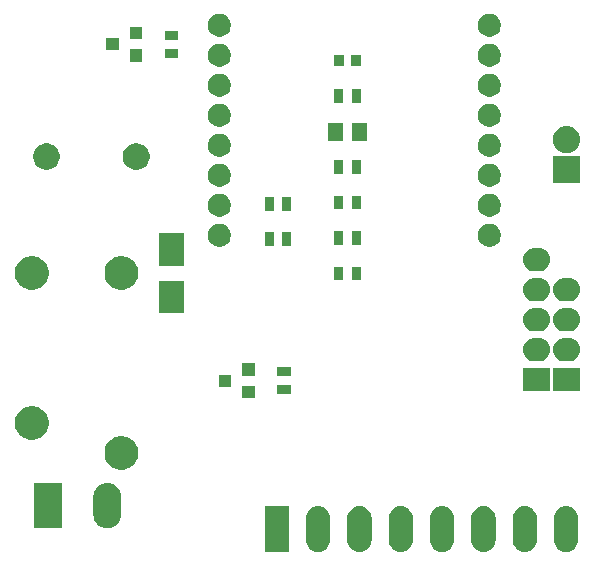
<source format=gts>
G04 #@! TF.GenerationSoftware,KiCad,Pcbnew,(5.0.0-3-g5ebb6b6)*
G04 #@! TF.CreationDate,2018-11-06T19:13:36+00:00*
G04 #@! TF.ProjectId,stony_skunk,73746F6E795F736B756E6B2E6B696361,rev?*
G04 #@! TF.SameCoordinates,Original*
G04 #@! TF.FileFunction,Soldermask,Top*
G04 #@! TF.FilePolarity,Negative*
%FSLAX46Y46*%
G04 Gerber Fmt 4.6, Leading zero omitted, Abs format (unit mm)*
G04 Created by KiCad (PCBNEW (5.0.0-3-g5ebb6b6)) date Tuesday, 06 November 2018 at 19:13:36*
%MOMM*%
%LPD*%
G01*
G04 APERTURE LIST*
%ADD10C,0.100000*%
G04 APERTURE END LIST*
D10*
G36*
X87101914Y-99634903D02*
X87296070Y-99693800D01*
X87475007Y-99789443D01*
X87631844Y-99918156D01*
X87760557Y-100074993D01*
X87856200Y-100253929D01*
X87915097Y-100448085D01*
X87930000Y-100599403D01*
X87930000Y-102500597D01*
X87915097Y-102651915D01*
X87856200Y-102846071D01*
X87760557Y-103025007D01*
X87631844Y-103181844D01*
X87475007Y-103310557D01*
X87296071Y-103406200D01*
X87101915Y-103465097D01*
X86900000Y-103484983D01*
X86698086Y-103465097D01*
X86503930Y-103406200D01*
X86324994Y-103310557D01*
X86168157Y-103181844D01*
X86039444Y-103025007D01*
X85943801Y-102846071D01*
X85884904Y-102651914D01*
X85870000Y-102500597D01*
X85870000Y-100599404D01*
X85884903Y-100448086D01*
X85943800Y-100253930D01*
X86039443Y-100074993D01*
X86168156Y-99918156D01*
X86324993Y-99789443D01*
X86503929Y-99693800D01*
X86698085Y-99634903D01*
X86900000Y-99615017D01*
X87101914Y-99634903D01*
X87101914Y-99634903D01*
G37*
G36*
X90601914Y-99634903D02*
X90796070Y-99693800D01*
X90975007Y-99789443D01*
X91131844Y-99918156D01*
X91260557Y-100074993D01*
X91356200Y-100253929D01*
X91415097Y-100448085D01*
X91430000Y-100599403D01*
X91430000Y-102500597D01*
X91415097Y-102651915D01*
X91356200Y-102846071D01*
X91260557Y-103025007D01*
X91131844Y-103181844D01*
X90975007Y-103310557D01*
X90796071Y-103406200D01*
X90601915Y-103465097D01*
X90400000Y-103484983D01*
X90198086Y-103465097D01*
X90003930Y-103406200D01*
X89824994Y-103310557D01*
X89668157Y-103181844D01*
X89539444Y-103025007D01*
X89443801Y-102846071D01*
X89384904Y-102651914D01*
X89370000Y-102500597D01*
X89370000Y-100599404D01*
X89384903Y-100448086D01*
X89443800Y-100253930D01*
X89539443Y-100074993D01*
X89668156Y-99918156D01*
X89824993Y-99789443D01*
X90003929Y-99693800D01*
X90198085Y-99634903D01*
X90400000Y-99615017D01*
X90601914Y-99634903D01*
X90601914Y-99634903D01*
G37*
G36*
X94101914Y-99634903D02*
X94296070Y-99693800D01*
X94475007Y-99789443D01*
X94631844Y-99918156D01*
X94760557Y-100074993D01*
X94856200Y-100253929D01*
X94915097Y-100448085D01*
X94930000Y-100599403D01*
X94930000Y-102500597D01*
X94915097Y-102651915D01*
X94856200Y-102846071D01*
X94760557Y-103025007D01*
X94631844Y-103181844D01*
X94475007Y-103310557D01*
X94296071Y-103406200D01*
X94101915Y-103465097D01*
X93900000Y-103484983D01*
X93698086Y-103465097D01*
X93503930Y-103406200D01*
X93324994Y-103310557D01*
X93168157Y-103181844D01*
X93039444Y-103025007D01*
X92943801Y-102846071D01*
X92884904Y-102651914D01*
X92870000Y-102500597D01*
X92870000Y-100599404D01*
X92884903Y-100448086D01*
X92943800Y-100253930D01*
X93039443Y-100074993D01*
X93168156Y-99918156D01*
X93324993Y-99789443D01*
X93503929Y-99693800D01*
X93698085Y-99634903D01*
X93900000Y-99615017D01*
X94101914Y-99634903D01*
X94101914Y-99634903D01*
G37*
G36*
X97601914Y-99634903D02*
X97796070Y-99693800D01*
X97975007Y-99789443D01*
X98131844Y-99918156D01*
X98260557Y-100074993D01*
X98356200Y-100253929D01*
X98415097Y-100448085D01*
X98430000Y-100599403D01*
X98430000Y-102500597D01*
X98415097Y-102651915D01*
X98356200Y-102846071D01*
X98260557Y-103025007D01*
X98131844Y-103181844D01*
X97975007Y-103310557D01*
X97796071Y-103406200D01*
X97601915Y-103465097D01*
X97400000Y-103484983D01*
X97198086Y-103465097D01*
X97003930Y-103406200D01*
X96824994Y-103310557D01*
X96668157Y-103181844D01*
X96539444Y-103025007D01*
X96443801Y-102846071D01*
X96384904Y-102651914D01*
X96370000Y-102500597D01*
X96370000Y-100599404D01*
X96384903Y-100448086D01*
X96443800Y-100253930D01*
X96539443Y-100074993D01*
X96668156Y-99918156D01*
X96824993Y-99789443D01*
X97003929Y-99693800D01*
X97198085Y-99634903D01*
X97400000Y-99615017D01*
X97601914Y-99634903D01*
X97601914Y-99634903D01*
G37*
G36*
X101101914Y-99634903D02*
X101296070Y-99693800D01*
X101475007Y-99789443D01*
X101631844Y-99918156D01*
X101760557Y-100074993D01*
X101856200Y-100253929D01*
X101915097Y-100448085D01*
X101930000Y-100599403D01*
X101930000Y-102500597D01*
X101915097Y-102651915D01*
X101856200Y-102846071D01*
X101760557Y-103025007D01*
X101631844Y-103181844D01*
X101475007Y-103310557D01*
X101296071Y-103406200D01*
X101101915Y-103465097D01*
X100900000Y-103484983D01*
X100698086Y-103465097D01*
X100503930Y-103406200D01*
X100324994Y-103310557D01*
X100168157Y-103181844D01*
X100039444Y-103025007D01*
X99943801Y-102846071D01*
X99884904Y-102651914D01*
X99870000Y-102500597D01*
X99870000Y-100599404D01*
X99884903Y-100448086D01*
X99943800Y-100253930D01*
X100039443Y-100074993D01*
X100168156Y-99918156D01*
X100324993Y-99789443D01*
X100503929Y-99693800D01*
X100698085Y-99634903D01*
X100900000Y-99615017D01*
X101101914Y-99634903D01*
X101101914Y-99634903D01*
G37*
G36*
X104601914Y-99634903D02*
X104796070Y-99693800D01*
X104975007Y-99789443D01*
X105131844Y-99918156D01*
X105260557Y-100074993D01*
X105356200Y-100253929D01*
X105415097Y-100448085D01*
X105430000Y-100599403D01*
X105430000Y-102500597D01*
X105415097Y-102651915D01*
X105356200Y-102846071D01*
X105260557Y-103025007D01*
X105131844Y-103181844D01*
X104975007Y-103310557D01*
X104796071Y-103406200D01*
X104601915Y-103465097D01*
X104400000Y-103484983D01*
X104198086Y-103465097D01*
X104003930Y-103406200D01*
X103824994Y-103310557D01*
X103668157Y-103181844D01*
X103539444Y-103025007D01*
X103443801Y-102846071D01*
X103384904Y-102651914D01*
X103370000Y-102500597D01*
X103370000Y-100599404D01*
X103384903Y-100448086D01*
X103443800Y-100253930D01*
X103539443Y-100074993D01*
X103668156Y-99918156D01*
X103824993Y-99789443D01*
X104003929Y-99693800D01*
X104198085Y-99634903D01*
X104400000Y-99615017D01*
X104601914Y-99634903D01*
X104601914Y-99634903D01*
G37*
G36*
X108101914Y-99634903D02*
X108296070Y-99693800D01*
X108475007Y-99789443D01*
X108631844Y-99918156D01*
X108760557Y-100074993D01*
X108856200Y-100253929D01*
X108915097Y-100448085D01*
X108930000Y-100599403D01*
X108930000Y-102500597D01*
X108915097Y-102651915D01*
X108856200Y-102846071D01*
X108760557Y-103025007D01*
X108631844Y-103181844D01*
X108475007Y-103310557D01*
X108296071Y-103406200D01*
X108101915Y-103465097D01*
X107900000Y-103484983D01*
X107698086Y-103465097D01*
X107503930Y-103406200D01*
X107324994Y-103310557D01*
X107168157Y-103181844D01*
X107039444Y-103025007D01*
X106943801Y-102846071D01*
X106884904Y-102651914D01*
X106870000Y-102500597D01*
X106870000Y-100599404D01*
X106884903Y-100448086D01*
X106943800Y-100253930D01*
X107039443Y-100074993D01*
X107168156Y-99918156D01*
X107324993Y-99789443D01*
X107503929Y-99693800D01*
X107698085Y-99634903D01*
X107900000Y-99615017D01*
X108101914Y-99634903D01*
X108101914Y-99634903D01*
G37*
G36*
X84430000Y-103480000D02*
X82370000Y-103480000D01*
X82370000Y-99620000D01*
X84430000Y-99620000D01*
X84430000Y-103480000D01*
X84430000Y-103480000D01*
G37*
G36*
X69281319Y-97637073D02*
X69503750Y-97704547D01*
X69708745Y-97814119D01*
X69888423Y-97961577D01*
X70035881Y-98141254D01*
X70145453Y-98346249D01*
X70212927Y-98568680D01*
X70230000Y-98742031D01*
X70230000Y-100357969D01*
X70212927Y-100531320D01*
X70145453Y-100753751D01*
X70035881Y-100958746D01*
X69888423Y-101138423D01*
X69708746Y-101285881D01*
X69503751Y-101395453D01*
X69281320Y-101462927D01*
X69050000Y-101485709D01*
X68818681Y-101462927D01*
X68596250Y-101395453D01*
X68391255Y-101285881D01*
X68211578Y-101138423D01*
X68064120Y-100958746D01*
X67954548Y-100753751D01*
X67887073Y-100531320D01*
X67870000Y-100357969D01*
X67870000Y-98742032D01*
X67887073Y-98568681D01*
X67954547Y-98346250D01*
X68064119Y-98141255D01*
X68211577Y-97961577D01*
X68391254Y-97814119D01*
X68596249Y-97704547D01*
X68818680Y-97637073D01*
X69050000Y-97614291D01*
X69281319Y-97637073D01*
X69281319Y-97637073D01*
G37*
G36*
X65230000Y-101480000D02*
X62870000Y-101480000D01*
X62870000Y-97620000D01*
X65230000Y-97620000D01*
X65230000Y-101480000D01*
X65230000Y-101480000D01*
G37*
G36*
X70667116Y-93714954D02*
X70797238Y-93768853D01*
X70927360Y-93822751D01*
X71161573Y-93979247D01*
X71360753Y-94178427D01*
X71517249Y-94412640D01*
X71625046Y-94672885D01*
X71680000Y-94949157D01*
X71680000Y-95230843D01*
X71625046Y-95507115D01*
X71517249Y-95767360D01*
X71360753Y-96001573D01*
X71161573Y-96200753D01*
X70927360Y-96357249D01*
X70797238Y-96411147D01*
X70667116Y-96465046D01*
X70390843Y-96520000D01*
X70109157Y-96520000D01*
X69832884Y-96465046D01*
X69702762Y-96411147D01*
X69572640Y-96357249D01*
X69338427Y-96200753D01*
X69139247Y-96001573D01*
X68982751Y-95767360D01*
X68874954Y-95507115D01*
X68820000Y-95230843D01*
X68820000Y-94949157D01*
X68874954Y-94672885D01*
X68982751Y-94412640D01*
X69139247Y-94178427D01*
X69338427Y-93979247D01*
X69572640Y-93822751D01*
X69702762Y-93768853D01*
X69832884Y-93714954D01*
X70109157Y-93660000D01*
X70390843Y-93660000D01*
X70667116Y-93714954D01*
X70667116Y-93714954D01*
G37*
G36*
X63067116Y-91174954D02*
X63197237Y-91228852D01*
X63327360Y-91282751D01*
X63561573Y-91439247D01*
X63760753Y-91638427D01*
X63917249Y-91872640D01*
X64025046Y-92132885D01*
X64080000Y-92409157D01*
X64080000Y-92690843D01*
X64025046Y-92967115D01*
X63917249Y-93227360D01*
X63760753Y-93461573D01*
X63561573Y-93660753D01*
X63327360Y-93817249D01*
X63197237Y-93871148D01*
X63067116Y-93925046D01*
X62790843Y-93980000D01*
X62509157Y-93980000D01*
X62232884Y-93925046D01*
X62102762Y-93871147D01*
X61972640Y-93817249D01*
X61738427Y-93660753D01*
X61539247Y-93461573D01*
X61382751Y-93227360D01*
X61274954Y-92967115D01*
X61220000Y-92690843D01*
X61220000Y-92409157D01*
X61274954Y-92132885D01*
X61382751Y-91872640D01*
X61539247Y-91638427D01*
X61738427Y-91439247D01*
X61972640Y-91282751D01*
X62102763Y-91228852D01*
X62232884Y-91174954D01*
X62509157Y-91120000D01*
X62790843Y-91120000D01*
X63067116Y-91174954D01*
X63067116Y-91174954D01*
G37*
G36*
X81530810Y-90480050D02*
X80470710Y-90480050D01*
X80470710Y-89419950D01*
X81530810Y-89419950D01*
X81530810Y-90480050D01*
X81530810Y-90480050D01*
G37*
G36*
X84580000Y-90130000D02*
X83420000Y-90130000D01*
X83420000Y-89370000D01*
X84580000Y-89370000D01*
X84580000Y-90130000D01*
X84580000Y-90130000D01*
G37*
G36*
X109096000Y-89893600D02*
X106804000Y-89893600D01*
X106804000Y-87906400D01*
X109096000Y-87906400D01*
X109096000Y-89893600D01*
X109096000Y-89893600D01*
G37*
G36*
X106556000Y-89893600D02*
X104264000Y-89893600D01*
X104264000Y-87906400D01*
X106556000Y-87906400D01*
X106556000Y-89893600D01*
X106556000Y-89893600D01*
G37*
G36*
X79531830Y-89530050D02*
X78471730Y-89530050D01*
X78471730Y-88469950D01*
X79531830Y-88469950D01*
X79531830Y-89530050D01*
X79531830Y-89530050D01*
G37*
G36*
X84580000Y-88630000D02*
X83420000Y-88630000D01*
X83420000Y-87870000D01*
X84580000Y-87870000D01*
X84580000Y-88630000D01*
X84580000Y-88630000D01*
G37*
G36*
X81530810Y-88580050D02*
X80470710Y-88580050D01*
X80470710Y-87519950D01*
X81530810Y-87519950D01*
X81530810Y-88580050D01*
X81530810Y-88580050D01*
G37*
G36*
X108297179Y-85380776D02*
X108484474Y-85437592D01*
X108657083Y-85529853D01*
X108808380Y-85654020D01*
X108932547Y-85805317D01*
X109024808Y-85977926D01*
X109081624Y-86165221D01*
X109100807Y-86360000D01*
X109081624Y-86554779D01*
X109024808Y-86742074D01*
X108932547Y-86914683D01*
X108808380Y-87065980D01*
X108657083Y-87190147D01*
X108484474Y-87282408D01*
X108297179Y-87339224D01*
X108151211Y-87353600D01*
X107748789Y-87353600D01*
X107602821Y-87339224D01*
X107415526Y-87282408D01*
X107242917Y-87190147D01*
X107091620Y-87065980D01*
X106967453Y-86914683D01*
X106875192Y-86742074D01*
X106818376Y-86554779D01*
X106799193Y-86360000D01*
X106818376Y-86165221D01*
X106875192Y-85977926D01*
X106967453Y-85805317D01*
X107091620Y-85654020D01*
X107242917Y-85529853D01*
X107415526Y-85437592D01*
X107602821Y-85380776D01*
X107748789Y-85366400D01*
X108151211Y-85366400D01*
X108297179Y-85380776D01*
X108297179Y-85380776D01*
G37*
G36*
X105757179Y-85380776D02*
X105944474Y-85437592D01*
X106117083Y-85529853D01*
X106268380Y-85654020D01*
X106392547Y-85805317D01*
X106484808Y-85977926D01*
X106541624Y-86165221D01*
X106560807Y-86360000D01*
X106541624Y-86554779D01*
X106484808Y-86742074D01*
X106392547Y-86914683D01*
X106268380Y-87065980D01*
X106117083Y-87190147D01*
X105944474Y-87282408D01*
X105757179Y-87339224D01*
X105611211Y-87353600D01*
X105208789Y-87353600D01*
X105062821Y-87339224D01*
X104875526Y-87282408D01*
X104702917Y-87190147D01*
X104551620Y-87065980D01*
X104427453Y-86914683D01*
X104335192Y-86742074D01*
X104278376Y-86554779D01*
X104259193Y-86360000D01*
X104278376Y-86165221D01*
X104335192Y-85977926D01*
X104427453Y-85805317D01*
X104551620Y-85654020D01*
X104702917Y-85529853D01*
X104875526Y-85437592D01*
X105062821Y-85380776D01*
X105208789Y-85366400D01*
X105611211Y-85366400D01*
X105757179Y-85380776D01*
X105757179Y-85380776D01*
G37*
G36*
X108297179Y-82840776D02*
X108484474Y-82897592D01*
X108657083Y-82989853D01*
X108808380Y-83114020D01*
X108932547Y-83265317D01*
X109024808Y-83437926D01*
X109081624Y-83625221D01*
X109100807Y-83820000D01*
X109081624Y-84014779D01*
X109024808Y-84202074D01*
X108932547Y-84374683D01*
X108808380Y-84525980D01*
X108657083Y-84650147D01*
X108484474Y-84742408D01*
X108297179Y-84799224D01*
X108151211Y-84813600D01*
X107748789Y-84813600D01*
X107602821Y-84799224D01*
X107415526Y-84742408D01*
X107242917Y-84650147D01*
X107091620Y-84525980D01*
X106967453Y-84374683D01*
X106875192Y-84202074D01*
X106818376Y-84014779D01*
X106799193Y-83820000D01*
X106818376Y-83625221D01*
X106875192Y-83437926D01*
X106967453Y-83265317D01*
X107091620Y-83114020D01*
X107242917Y-82989853D01*
X107415526Y-82897592D01*
X107602821Y-82840776D01*
X107748789Y-82826400D01*
X108151211Y-82826400D01*
X108297179Y-82840776D01*
X108297179Y-82840776D01*
G37*
G36*
X105757179Y-82840776D02*
X105944474Y-82897592D01*
X106117083Y-82989853D01*
X106268380Y-83114020D01*
X106392547Y-83265317D01*
X106484808Y-83437926D01*
X106541624Y-83625221D01*
X106560807Y-83820000D01*
X106541624Y-84014779D01*
X106484808Y-84202074D01*
X106392547Y-84374683D01*
X106268380Y-84525980D01*
X106117083Y-84650147D01*
X105944474Y-84742408D01*
X105757179Y-84799224D01*
X105611211Y-84813600D01*
X105208789Y-84813600D01*
X105062821Y-84799224D01*
X104875526Y-84742408D01*
X104702917Y-84650147D01*
X104551620Y-84525980D01*
X104427453Y-84374683D01*
X104335192Y-84202074D01*
X104278376Y-84014779D01*
X104259193Y-83820000D01*
X104278376Y-83625221D01*
X104335192Y-83437926D01*
X104427453Y-83265317D01*
X104551620Y-83114020D01*
X104702917Y-82989853D01*
X104875526Y-82897592D01*
X105062821Y-82840776D01*
X105208789Y-82826400D01*
X105611211Y-82826400D01*
X105757179Y-82840776D01*
X105757179Y-82840776D01*
G37*
G36*
X75530430Y-83277640D02*
X73469570Y-83277640D01*
X73469570Y-80518280D01*
X75530430Y-80518280D01*
X75530430Y-83277640D01*
X75530430Y-83277640D01*
G37*
G36*
X108297179Y-80300776D02*
X108484474Y-80357592D01*
X108657083Y-80449853D01*
X108808380Y-80574020D01*
X108932547Y-80725317D01*
X109024808Y-80897926D01*
X109081624Y-81085221D01*
X109100807Y-81280000D01*
X109081624Y-81474779D01*
X109024808Y-81662074D01*
X108932547Y-81834683D01*
X108808380Y-81985980D01*
X108657083Y-82110147D01*
X108484474Y-82202408D01*
X108297179Y-82259224D01*
X108151211Y-82273600D01*
X107748789Y-82273600D01*
X107602821Y-82259224D01*
X107415526Y-82202408D01*
X107242917Y-82110147D01*
X107091620Y-81985980D01*
X106967453Y-81834683D01*
X106875192Y-81662074D01*
X106818376Y-81474779D01*
X106799193Y-81280000D01*
X106818376Y-81085221D01*
X106875192Y-80897926D01*
X106967453Y-80725317D01*
X107091620Y-80574020D01*
X107242917Y-80449853D01*
X107415526Y-80357592D01*
X107602821Y-80300776D01*
X107748789Y-80286400D01*
X108151211Y-80286400D01*
X108297179Y-80300776D01*
X108297179Y-80300776D01*
G37*
G36*
X105757179Y-80300776D02*
X105944474Y-80357592D01*
X106117083Y-80449853D01*
X106268380Y-80574020D01*
X106392547Y-80725317D01*
X106484808Y-80897926D01*
X106541624Y-81085221D01*
X106560807Y-81280000D01*
X106541624Y-81474779D01*
X106484808Y-81662074D01*
X106392547Y-81834683D01*
X106268380Y-81985980D01*
X106117083Y-82110147D01*
X105944474Y-82202408D01*
X105757179Y-82259224D01*
X105611211Y-82273600D01*
X105208789Y-82273600D01*
X105062821Y-82259224D01*
X104875526Y-82202408D01*
X104702917Y-82110147D01*
X104551620Y-81985980D01*
X104427453Y-81834683D01*
X104335192Y-81662074D01*
X104278376Y-81474779D01*
X104259193Y-81280000D01*
X104278376Y-81085221D01*
X104335192Y-80897926D01*
X104427453Y-80725317D01*
X104551620Y-80574020D01*
X104702917Y-80449853D01*
X104875526Y-80357592D01*
X105062821Y-80300776D01*
X105208789Y-80286400D01*
X105611211Y-80286400D01*
X105757179Y-80300776D01*
X105757179Y-80300776D01*
G37*
G36*
X70667116Y-78474954D02*
X70797237Y-78528852D01*
X70927360Y-78582751D01*
X71161573Y-78739247D01*
X71360753Y-78938427D01*
X71517249Y-79172640D01*
X71625046Y-79432885D01*
X71680000Y-79709157D01*
X71680000Y-79990843D01*
X71625046Y-80267115D01*
X71517249Y-80527360D01*
X71360753Y-80761573D01*
X71161573Y-80960753D01*
X70927360Y-81117249D01*
X70797238Y-81171147D01*
X70667116Y-81225046D01*
X70390843Y-81280000D01*
X70109157Y-81280000D01*
X69832884Y-81225046D01*
X69702762Y-81171147D01*
X69572640Y-81117249D01*
X69338427Y-80960753D01*
X69139247Y-80761573D01*
X68982751Y-80527360D01*
X68874954Y-80267115D01*
X68820000Y-79990843D01*
X68820000Y-79709157D01*
X68874954Y-79432885D01*
X68982751Y-79172640D01*
X69139247Y-78938427D01*
X69338427Y-78739247D01*
X69572640Y-78582751D01*
X69702763Y-78528852D01*
X69832884Y-78474954D01*
X70109157Y-78420000D01*
X70390843Y-78420000D01*
X70667116Y-78474954D01*
X70667116Y-78474954D01*
G37*
G36*
X63067116Y-78474954D02*
X63197237Y-78528852D01*
X63327360Y-78582751D01*
X63561573Y-78739247D01*
X63760753Y-78938427D01*
X63917249Y-79172640D01*
X64025046Y-79432885D01*
X64080000Y-79709157D01*
X64080000Y-79990843D01*
X64025046Y-80267115D01*
X63917249Y-80527360D01*
X63760753Y-80761573D01*
X63561573Y-80960753D01*
X63327360Y-81117249D01*
X63197238Y-81171147D01*
X63067116Y-81225046D01*
X62790843Y-81280000D01*
X62509157Y-81280000D01*
X62232884Y-81225046D01*
X62102762Y-81171147D01*
X61972640Y-81117249D01*
X61738427Y-80960753D01*
X61539247Y-80761573D01*
X61382751Y-80527360D01*
X61274954Y-80267115D01*
X61220000Y-79990843D01*
X61220000Y-79709157D01*
X61274954Y-79432885D01*
X61382751Y-79172640D01*
X61539247Y-78938427D01*
X61738427Y-78739247D01*
X61972640Y-78582751D01*
X62102763Y-78528852D01*
X62232884Y-78474954D01*
X62509157Y-78420000D01*
X62790843Y-78420000D01*
X63067116Y-78474954D01*
X63067116Y-78474954D01*
G37*
G36*
X90530000Y-80480000D02*
X89770000Y-80480000D01*
X89770000Y-79320000D01*
X90530000Y-79320000D01*
X90530000Y-80480000D01*
X90530000Y-80480000D01*
G37*
G36*
X89030000Y-80480000D02*
X88270000Y-80480000D01*
X88270000Y-79320000D01*
X89030000Y-79320000D01*
X89030000Y-80480000D01*
X89030000Y-80480000D01*
G37*
G36*
X105757179Y-77760776D02*
X105944474Y-77817592D01*
X106117083Y-77909853D01*
X106268380Y-78034020D01*
X106392547Y-78185317D01*
X106484808Y-78357926D01*
X106541624Y-78545221D01*
X106560807Y-78740000D01*
X106541624Y-78934779D01*
X106484808Y-79122074D01*
X106392547Y-79294683D01*
X106268380Y-79445980D01*
X106117083Y-79570147D01*
X105944474Y-79662408D01*
X105757179Y-79719224D01*
X105611211Y-79733600D01*
X105208789Y-79733600D01*
X105062821Y-79719224D01*
X104875526Y-79662408D01*
X104702917Y-79570147D01*
X104551620Y-79445980D01*
X104427453Y-79294683D01*
X104335192Y-79122074D01*
X104278376Y-78934779D01*
X104259193Y-78740000D01*
X104278376Y-78545221D01*
X104335192Y-78357926D01*
X104427453Y-78185317D01*
X104551620Y-78034020D01*
X104702917Y-77909853D01*
X104875526Y-77817592D01*
X105062821Y-77760776D01*
X105208789Y-77746400D01*
X105611211Y-77746400D01*
X105757179Y-77760776D01*
X105757179Y-77760776D01*
G37*
G36*
X75530430Y-79279680D02*
X73469570Y-79279680D01*
X73469570Y-76520320D01*
X75530430Y-76520320D01*
X75530430Y-79279680D01*
X75530430Y-79279680D01*
G37*
G36*
X78825854Y-75727660D02*
X78825857Y-75727661D01*
X78825856Y-75727661D01*
X79004204Y-75801535D01*
X79164714Y-75908784D01*
X79301216Y-76045286D01*
X79408465Y-76205796D01*
X79471521Y-76358027D01*
X79482340Y-76384146D01*
X79520000Y-76573477D01*
X79520000Y-76766523D01*
X79482340Y-76955854D01*
X79482339Y-76955856D01*
X79408465Y-77134204D01*
X79301216Y-77294714D01*
X79164714Y-77431216D01*
X79004204Y-77538465D01*
X78903929Y-77580000D01*
X78825854Y-77612340D01*
X78636523Y-77650000D01*
X78443477Y-77650000D01*
X78254146Y-77612340D01*
X78176071Y-77580000D01*
X78075796Y-77538465D01*
X77915286Y-77431216D01*
X77778784Y-77294714D01*
X77671535Y-77134204D01*
X77597661Y-76955856D01*
X77597660Y-76955854D01*
X77560000Y-76766523D01*
X77560000Y-76573477D01*
X77597660Y-76384146D01*
X77608479Y-76358027D01*
X77671535Y-76205796D01*
X77778784Y-76045286D01*
X77915286Y-75908784D01*
X78075796Y-75801535D01*
X78254144Y-75727661D01*
X78254143Y-75727661D01*
X78254146Y-75727660D01*
X78443477Y-75690000D01*
X78636523Y-75690000D01*
X78825854Y-75727660D01*
X78825854Y-75727660D01*
G37*
G36*
X101685854Y-75727660D02*
X101685857Y-75727661D01*
X101685856Y-75727661D01*
X101864204Y-75801535D01*
X102024714Y-75908784D01*
X102161216Y-76045286D01*
X102268465Y-76205796D01*
X102331521Y-76358027D01*
X102342340Y-76384146D01*
X102380000Y-76573477D01*
X102380000Y-76766523D01*
X102342340Y-76955854D01*
X102342339Y-76955856D01*
X102268465Y-77134204D01*
X102161216Y-77294714D01*
X102024714Y-77431216D01*
X101864204Y-77538465D01*
X101763929Y-77580000D01*
X101685854Y-77612340D01*
X101496523Y-77650000D01*
X101303477Y-77650000D01*
X101114146Y-77612340D01*
X101036071Y-77580000D01*
X100935796Y-77538465D01*
X100775286Y-77431216D01*
X100638784Y-77294714D01*
X100531535Y-77134204D01*
X100457661Y-76955856D01*
X100457660Y-76955854D01*
X100420000Y-76766523D01*
X100420000Y-76573477D01*
X100457660Y-76384146D01*
X100468479Y-76358027D01*
X100531535Y-76205796D01*
X100638784Y-76045286D01*
X100775286Y-75908784D01*
X100935796Y-75801535D01*
X101114144Y-75727661D01*
X101114143Y-75727661D01*
X101114146Y-75727660D01*
X101303477Y-75690000D01*
X101496523Y-75690000D01*
X101685854Y-75727660D01*
X101685854Y-75727660D01*
G37*
G36*
X83130000Y-77580000D02*
X82370000Y-77580000D01*
X82370000Y-76420000D01*
X83130000Y-76420000D01*
X83130000Y-77580000D01*
X83130000Y-77580000D01*
G37*
G36*
X84630000Y-77580000D02*
X83870000Y-77580000D01*
X83870000Y-76420000D01*
X84630000Y-76420000D01*
X84630000Y-77580000D01*
X84630000Y-77580000D01*
G37*
G36*
X90530000Y-77480000D02*
X89770000Y-77480000D01*
X89770000Y-76320000D01*
X90530000Y-76320000D01*
X90530000Y-77480000D01*
X90530000Y-77480000D01*
G37*
G36*
X89030000Y-77480000D02*
X88270000Y-77480000D01*
X88270000Y-76320000D01*
X89030000Y-76320000D01*
X89030000Y-77480000D01*
X89030000Y-77480000D01*
G37*
G36*
X78825854Y-73187660D02*
X78825857Y-73187661D01*
X78825856Y-73187661D01*
X79004204Y-73261535D01*
X79164714Y-73368784D01*
X79301216Y-73505286D01*
X79408465Y-73665796D01*
X79471521Y-73818027D01*
X79482340Y-73844146D01*
X79520000Y-74033477D01*
X79520000Y-74226523D01*
X79482340Y-74415854D01*
X79482339Y-74415856D01*
X79408465Y-74594204D01*
X79301216Y-74754714D01*
X79164714Y-74891216D01*
X79004204Y-74998465D01*
X78851973Y-75061521D01*
X78825854Y-75072340D01*
X78636523Y-75110000D01*
X78443477Y-75110000D01*
X78254146Y-75072340D01*
X78228027Y-75061521D01*
X78075796Y-74998465D01*
X77915286Y-74891216D01*
X77778784Y-74754714D01*
X77671535Y-74594204D01*
X77597661Y-74415856D01*
X77597660Y-74415854D01*
X77560000Y-74226523D01*
X77560000Y-74033477D01*
X77597660Y-73844146D01*
X77608479Y-73818027D01*
X77671535Y-73665796D01*
X77778784Y-73505286D01*
X77915286Y-73368784D01*
X78075796Y-73261535D01*
X78254144Y-73187661D01*
X78254143Y-73187661D01*
X78254146Y-73187660D01*
X78443477Y-73150000D01*
X78636523Y-73150000D01*
X78825854Y-73187660D01*
X78825854Y-73187660D01*
G37*
G36*
X101685854Y-73187660D02*
X101685857Y-73187661D01*
X101685856Y-73187661D01*
X101864204Y-73261535D01*
X102024714Y-73368784D01*
X102161216Y-73505286D01*
X102268465Y-73665796D01*
X102331521Y-73818027D01*
X102342340Y-73844146D01*
X102380000Y-74033477D01*
X102380000Y-74226523D01*
X102342340Y-74415854D01*
X102342339Y-74415856D01*
X102268465Y-74594204D01*
X102161216Y-74754714D01*
X102024714Y-74891216D01*
X101864204Y-74998465D01*
X101711973Y-75061521D01*
X101685854Y-75072340D01*
X101496523Y-75110000D01*
X101303477Y-75110000D01*
X101114146Y-75072340D01*
X101088027Y-75061521D01*
X100935796Y-74998465D01*
X100775286Y-74891216D01*
X100638784Y-74754714D01*
X100531535Y-74594204D01*
X100457661Y-74415856D01*
X100457660Y-74415854D01*
X100420000Y-74226523D01*
X100420000Y-74033477D01*
X100457660Y-73844146D01*
X100468479Y-73818027D01*
X100531535Y-73665796D01*
X100638784Y-73505286D01*
X100775286Y-73368784D01*
X100935796Y-73261535D01*
X101114144Y-73187661D01*
X101114143Y-73187661D01*
X101114146Y-73187660D01*
X101303477Y-73150000D01*
X101496523Y-73150000D01*
X101685854Y-73187660D01*
X101685854Y-73187660D01*
G37*
G36*
X83130000Y-74580000D02*
X82370000Y-74580000D01*
X82370000Y-73420000D01*
X83130000Y-73420000D01*
X83130000Y-74580000D01*
X83130000Y-74580000D01*
G37*
G36*
X84630000Y-74580000D02*
X83870000Y-74580000D01*
X83870000Y-73420000D01*
X84630000Y-73420000D01*
X84630000Y-74580000D01*
X84630000Y-74580000D01*
G37*
G36*
X90530000Y-74480000D02*
X89770000Y-74480000D01*
X89770000Y-73320000D01*
X90530000Y-73320000D01*
X90530000Y-74480000D01*
X90530000Y-74480000D01*
G37*
G36*
X89030000Y-74480000D02*
X88270000Y-74480000D01*
X88270000Y-73320000D01*
X89030000Y-73320000D01*
X89030000Y-74480000D01*
X89030000Y-74480000D01*
G37*
G36*
X78825854Y-70647660D02*
X78825857Y-70647661D01*
X78825856Y-70647661D01*
X79004204Y-70721535D01*
X79164714Y-70828784D01*
X79301216Y-70965286D01*
X79408465Y-71125796D01*
X79471521Y-71278027D01*
X79482340Y-71304146D01*
X79520000Y-71493477D01*
X79520000Y-71686523D01*
X79482340Y-71875854D01*
X79482339Y-71875856D01*
X79408465Y-72054204D01*
X79301216Y-72214714D01*
X79164714Y-72351216D01*
X79004204Y-72458465D01*
X78851973Y-72521521D01*
X78825854Y-72532340D01*
X78636523Y-72570000D01*
X78443477Y-72570000D01*
X78254146Y-72532340D01*
X78228027Y-72521521D01*
X78075796Y-72458465D01*
X77915286Y-72351216D01*
X77778784Y-72214714D01*
X77671535Y-72054204D01*
X77597661Y-71875856D01*
X77597660Y-71875854D01*
X77560000Y-71686523D01*
X77560000Y-71493477D01*
X77597660Y-71304146D01*
X77608479Y-71278027D01*
X77671535Y-71125796D01*
X77778784Y-70965286D01*
X77915286Y-70828784D01*
X78075796Y-70721535D01*
X78254144Y-70647661D01*
X78254143Y-70647661D01*
X78254146Y-70647660D01*
X78443477Y-70610000D01*
X78636523Y-70610000D01*
X78825854Y-70647660D01*
X78825854Y-70647660D01*
G37*
G36*
X101685854Y-70647660D02*
X101685857Y-70647661D01*
X101685856Y-70647661D01*
X101864204Y-70721535D01*
X102024714Y-70828784D01*
X102161216Y-70965286D01*
X102268465Y-71125796D01*
X102331521Y-71278027D01*
X102342340Y-71304146D01*
X102380000Y-71493477D01*
X102380000Y-71686523D01*
X102342340Y-71875854D01*
X102342339Y-71875856D01*
X102268465Y-72054204D01*
X102161216Y-72214714D01*
X102024714Y-72351216D01*
X101864204Y-72458465D01*
X101711973Y-72521521D01*
X101685854Y-72532340D01*
X101496523Y-72570000D01*
X101303477Y-72570000D01*
X101114146Y-72532340D01*
X101088027Y-72521521D01*
X100935796Y-72458465D01*
X100775286Y-72351216D01*
X100638784Y-72214714D01*
X100531535Y-72054204D01*
X100457661Y-71875856D01*
X100457660Y-71875854D01*
X100420000Y-71686523D01*
X100420000Y-71493477D01*
X100457660Y-71304146D01*
X100468479Y-71278027D01*
X100531535Y-71125796D01*
X100638784Y-70965286D01*
X100775286Y-70828784D01*
X100935796Y-70721535D01*
X101114144Y-70647661D01*
X101114143Y-70647661D01*
X101114146Y-70647660D01*
X101303477Y-70610000D01*
X101496523Y-70610000D01*
X101685854Y-70647660D01*
X101685854Y-70647660D01*
G37*
G36*
X109096000Y-72266000D02*
X106804000Y-72266000D01*
X106804000Y-69974000D01*
X109096000Y-69974000D01*
X109096000Y-72266000D01*
X109096000Y-72266000D01*
G37*
G36*
X90530000Y-71480000D02*
X89770000Y-71480000D01*
X89770000Y-70320000D01*
X90530000Y-70320000D01*
X90530000Y-71480000D01*
X90530000Y-71480000D01*
G37*
G36*
X89030000Y-71480000D02*
X88270000Y-71480000D01*
X88270000Y-70320000D01*
X89030000Y-70320000D01*
X89030000Y-71480000D01*
X89030000Y-71480000D01*
G37*
G36*
X64229927Y-68913424D02*
X64435576Y-68998607D01*
X64620654Y-69122272D01*
X64778048Y-69279666D01*
X64901713Y-69464744D01*
X64986896Y-69670393D01*
X65030320Y-69888703D01*
X65030320Y-70111297D01*
X64986896Y-70329607D01*
X64986895Y-70329609D01*
X64901713Y-70535256D01*
X64826607Y-70647661D01*
X64778048Y-70720334D01*
X64620654Y-70877728D01*
X64435576Y-71001393D01*
X64229927Y-71086576D01*
X64011617Y-71130000D01*
X63789023Y-71130000D01*
X63570713Y-71086576D01*
X63365064Y-71001393D01*
X63179986Y-70877728D01*
X63022592Y-70720334D01*
X62974034Y-70647661D01*
X62898927Y-70535256D01*
X62813745Y-70329609D01*
X62813744Y-70329607D01*
X62770320Y-70111297D01*
X62770320Y-69888703D01*
X62813744Y-69670393D01*
X62898927Y-69464744D01*
X63022592Y-69279666D01*
X63179986Y-69122272D01*
X63365064Y-68998607D01*
X63570713Y-68913424D01*
X63789023Y-68870000D01*
X64011617Y-68870000D01*
X64229927Y-68913424D01*
X64229927Y-68913424D01*
G37*
G36*
X71829607Y-68913424D02*
X72035256Y-68998607D01*
X72220334Y-69122272D01*
X72377728Y-69279666D01*
X72501393Y-69464744D01*
X72586576Y-69670393D01*
X72630000Y-69888703D01*
X72630000Y-70111297D01*
X72586576Y-70329607D01*
X72586575Y-70329609D01*
X72501393Y-70535256D01*
X72426287Y-70647661D01*
X72377728Y-70720334D01*
X72220334Y-70877728D01*
X72035256Y-71001393D01*
X71829607Y-71086576D01*
X71611297Y-71130000D01*
X71388703Y-71130000D01*
X71170393Y-71086576D01*
X70964744Y-71001393D01*
X70779666Y-70877728D01*
X70622272Y-70720334D01*
X70573714Y-70647661D01*
X70498607Y-70535256D01*
X70413425Y-70329609D01*
X70413424Y-70329607D01*
X70370000Y-70111297D01*
X70370000Y-69888703D01*
X70413424Y-69670393D01*
X70498607Y-69464744D01*
X70622272Y-69279666D01*
X70779666Y-69122272D01*
X70964744Y-68998607D01*
X71170393Y-68913424D01*
X71388703Y-68870000D01*
X71611297Y-68870000D01*
X71829607Y-68913424D01*
X71829607Y-68913424D01*
G37*
G36*
X101685854Y-68107660D02*
X101685857Y-68107661D01*
X101685856Y-68107661D01*
X101864204Y-68181535D01*
X102024714Y-68288784D01*
X102161216Y-68425286D01*
X102268465Y-68585796D01*
X102297130Y-68655000D01*
X102342340Y-68764146D01*
X102380000Y-68953477D01*
X102380000Y-69146523D01*
X102342340Y-69335854D01*
X102342339Y-69335856D01*
X102268465Y-69514204D01*
X102161216Y-69674714D01*
X102024714Y-69811216D01*
X101864204Y-69918465D01*
X101730130Y-69974000D01*
X101685854Y-69992340D01*
X101496523Y-70030000D01*
X101303477Y-70030000D01*
X101114146Y-69992340D01*
X101069870Y-69974000D01*
X100935796Y-69918465D01*
X100775286Y-69811216D01*
X100638784Y-69674714D01*
X100531535Y-69514204D01*
X100457661Y-69335856D01*
X100457660Y-69335854D01*
X100420000Y-69146523D01*
X100420000Y-68953477D01*
X100457660Y-68764146D01*
X100502870Y-68655000D01*
X100531535Y-68585796D01*
X100638784Y-68425286D01*
X100775286Y-68288784D01*
X100935796Y-68181535D01*
X101114144Y-68107661D01*
X101114143Y-68107661D01*
X101114146Y-68107660D01*
X101303477Y-68070000D01*
X101496523Y-68070000D01*
X101685854Y-68107660D01*
X101685854Y-68107660D01*
G37*
G36*
X78825854Y-68107660D02*
X78825857Y-68107661D01*
X78825856Y-68107661D01*
X79004204Y-68181535D01*
X79164714Y-68288784D01*
X79301216Y-68425286D01*
X79408465Y-68585796D01*
X79437130Y-68655000D01*
X79482340Y-68764146D01*
X79520000Y-68953477D01*
X79520000Y-69146523D01*
X79482340Y-69335854D01*
X79482339Y-69335856D01*
X79408465Y-69514204D01*
X79301216Y-69674714D01*
X79164714Y-69811216D01*
X79004204Y-69918465D01*
X78870130Y-69974000D01*
X78825854Y-69992340D01*
X78636523Y-70030000D01*
X78443477Y-70030000D01*
X78254146Y-69992340D01*
X78209870Y-69974000D01*
X78075796Y-69918465D01*
X77915286Y-69811216D01*
X77778784Y-69674714D01*
X77671535Y-69514204D01*
X77597661Y-69335856D01*
X77597660Y-69335854D01*
X77560000Y-69146523D01*
X77560000Y-68953477D01*
X77597660Y-68764146D01*
X77642870Y-68655000D01*
X77671535Y-68585796D01*
X77778784Y-68425286D01*
X77915286Y-68288784D01*
X78075796Y-68181535D01*
X78254144Y-68107661D01*
X78254143Y-68107661D01*
X78254146Y-68107660D01*
X78443477Y-68070000D01*
X78636523Y-68070000D01*
X78825854Y-68107660D01*
X78825854Y-68107660D01*
G37*
G36*
X108174655Y-67450582D02*
X108390677Y-67516111D01*
X108589764Y-67622525D01*
X108764265Y-67765735D01*
X108907475Y-67940236D01*
X109013889Y-68139323D01*
X109079418Y-68355345D01*
X109101545Y-68580000D01*
X109079418Y-68804655D01*
X109013889Y-69020677D01*
X108907475Y-69219764D01*
X108764265Y-69394265D01*
X108589764Y-69537475D01*
X108390677Y-69643889D01*
X108174655Y-69709418D01*
X108006298Y-69726000D01*
X107893702Y-69726000D01*
X107725345Y-69709418D01*
X107509323Y-69643889D01*
X107310236Y-69537475D01*
X107135735Y-69394265D01*
X106992525Y-69219764D01*
X106886111Y-69020677D01*
X106820582Y-68804655D01*
X106798455Y-68580000D01*
X106820582Y-68355345D01*
X106886111Y-68139323D01*
X106992525Y-67940236D01*
X107135735Y-67765735D01*
X107310236Y-67622525D01*
X107509323Y-67516111D01*
X107725345Y-67450582D01*
X107893702Y-67434000D01*
X108006298Y-67434000D01*
X108174655Y-67450582D01*
X108174655Y-67450582D01*
G37*
G36*
X91030000Y-68655000D02*
X89770000Y-68655000D01*
X89770000Y-67145000D01*
X91030000Y-67145000D01*
X91030000Y-68655000D01*
X91030000Y-68655000D01*
G37*
G36*
X89030000Y-68655000D02*
X87770000Y-68655000D01*
X87770000Y-67145000D01*
X89030000Y-67145000D01*
X89030000Y-68655000D01*
X89030000Y-68655000D01*
G37*
G36*
X101685854Y-65567660D02*
X101685857Y-65567661D01*
X101685856Y-65567661D01*
X101864204Y-65641535D01*
X102024714Y-65748784D01*
X102161216Y-65885286D01*
X102268465Y-66045796D01*
X102331521Y-66198027D01*
X102342340Y-66224146D01*
X102380000Y-66413477D01*
X102380000Y-66606523D01*
X102342340Y-66795854D01*
X102342339Y-66795856D01*
X102268465Y-66974204D01*
X102161216Y-67134714D01*
X102024714Y-67271216D01*
X101864204Y-67378465D01*
X101730130Y-67434000D01*
X101685854Y-67452340D01*
X101496523Y-67490000D01*
X101303477Y-67490000D01*
X101114146Y-67452340D01*
X101069870Y-67434000D01*
X100935796Y-67378465D01*
X100775286Y-67271216D01*
X100638784Y-67134714D01*
X100531535Y-66974204D01*
X100457661Y-66795856D01*
X100457660Y-66795854D01*
X100420000Y-66606523D01*
X100420000Y-66413477D01*
X100457660Y-66224146D01*
X100468479Y-66198027D01*
X100531535Y-66045796D01*
X100638784Y-65885286D01*
X100775286Y-65748784D01*
X100935796Y-65641535D01*
X101114144Y-65567661D01*
X101114143Y-65567661D01*
X101114146Y-65567660D01*
X101303477Y-65530000D01*
X101496523Y-65530000D01*
X101685854Y-65567660D01*
X101685854Y-65567660D01*
G37*
G36*
X78825854Y-65567660D02*
X78825857Y-65567661D01*
X78825856Y-65567661D01*
X79004204Y-65641535D01*
X79164714Y-65748784D01*
X79301216Y-65885286D01*
X79408465Y-66045796D01*
X79471521Y-66198027D01*
X79482340Y-66224146D01*
X79520000Y-66413477D01*
X79520000Y-66606523D01*
X79482340Y-66795854D01*
X79482339Y-66795856D01*
X79408465Y-66974204D01*
X79301216Y-67134714D01*
X79164714Y-67271216D01*
X79004204Y-67378465D01*
X78870130Y-67434000D01*
X78825854Y-67452340D01*
X78636523Y-67490000D01*
X78443477Y-67490000D01*
X78254146Y-67452340D01*
X78209870Y-67434000D01*
X78075796Y-67378465D01*
X77915286Y-67271216D01*
X77778784Y-67134714D01*
X77671535Y-66974204D01*
X77597661Y-66795856D01*
X77597660Y-66795854D01*
X77560000Y-66606523D01*
X77560000Y-66413477D01*
X77597660Y-66224146D01*
X77608479Y-66198027D01*
X77671535Y-66045796D01*
X77778784Y-65885286D01*
X77915286Y-65748784D01*
X78075796Y-65641535D01*
X78254144Y-65567661D01*
X78254143Y-65567661D01*
X78254146Y-65567660D01*
X78443477Y-65530000D01*
X78636523Y-65530000D01*
X78825854Y-65567660D01*
X78825854Y-65567660D01*
G37*
G36*
X90530000Y-65480000D02*
X89770000Y-65480000D01*
X89770000Y-64320000D01*
X90530000Y-64320000D01*
X90530000Y-65480000D01*
X90530000Y-65480000D01*
G37*
G36*
X89030000Y-65480000D02*
X88270000Y-65480000D01*
X88270000Y-64320000D01*
X89030000Y-64320000D01*
X89030000Y-65480000D01*
X89030000Y-65480000D01*
G37*
G36*
X78825854Y-63027660D02*
X78825857Y-63027661D01*
X78825856Y-63027661D01*
X79004204Y-63101535D01*
X79164714Y-63208784D01*
X79301216Y-63345286D01*
X79408465Y-63505796D01*
X79471521Y-63658027D01*
X79482340Y-63684146D01*
X79520000Y-63873477D01*
X79520000Y-64066523D01*
X79482340Y-64255854D01*
X79482339Y-64255856D01*
X79408465Y-64434204D01*
X79301216Y-64594714D01*
X79164714Y-64731216D01*
X79004204Y-64838465D01*
X78851973Y-64901521D01*
X78825854Y-64912340D01*
X78636523Y-64950000D01*
X78443477Y-64950000D01*
X78254146Y-64912340D01*
X78228027Y-64901521D01*
X78075796Y-64838465D01*
X77915286Y-64731216D01*
X77778784Y-64594714D01*
X77671535Y-64434204D01*
X77597661Y-64255856D01*
X77597660Y-64255854D01*
X77560000Y-64066523D01*
X77560000Y-63873477D01*
X77597660Y-63684146D01*
X77608479Y-63658027D01*
X77671535Y-63505796D01*
X77778784Y-63345286D01*
X77915286Y-63208784D01*
X78075796Y-63101535D01*
X78254144Y-63027661D01*
X78254143Y-63027661D01*
X78254146Y-63027660D01*
X78443477Y-62990000D01*
X78636523Y-62990000D01*
X78825854Y-63027660D01*
X78825854Y-63027660D01*
G37*
G36*
X101685854Y-63027660D02*
X101685857Y-63027661D01*
X101685856Y-63027661D01*
X101864204Y-63101535D01*
X102024714Y-63208784D01*
X102161216Y-63345286D01*
X102268465Y-63505796D01*
X102331521Y-63658027D01*
X102342340Y-63684146D01*
X102380000Y-63873477D01*
X102380000Y-64066523D01*
X102342340Y-64255854D01*
X102342339Y-64255856D01*
X102268465Y-64434204D01*
X102161216Y-64594714D01*
X102024714Y-64731216D01*
X101864204Y-64838465D01*
X101711973Y-64901521D01*
X101685854Y-64912340D01*
X101496523Y-64950000D01*
X101303477Y-64950000D01*
X101114146Y-64912340D01*
X101088027Y-64901521D01*
X100935796Y-64838465D01*
X100775286Y-64731216D01*
X100638784Y-64594714D01*
X100531535Y-64434204D01*
X100457661Y-64255856D01*
X100457660Y-64255854D01*
X100420000Y-64066523D01*
X100420000Y-63873477D01*
X100457660Y-63684146D01*
X100468479Y-63658027D01*
X100531535Y-63505796D01*
X100638784Y-63345286D01*
X100775286Y-63208784D01*
X100935796Y-63101535D01*
X101114144Y-63027661D01*
X101114143Y-63027661D01*
X101114146Y-63027660D01*
X101303477Y-62990000D01*
X101496523Y-62990000D01*
X101685854Y-63027660D01*
X101685854Y-63027660D01*
G37*
G36*
X101685854Y-60487660D02*
X101685857Y-60487661D01*
X101685856Y-60487661D01*
X101864204Y-60561535D01*
X102024714Y-60668784D01*
X102161216Y-60805286D01*
X102268465Y-60965796D01*
X102331521Y-61118027D01*
X102342340Y-61144146D01*
X102380000Y-61333477D01*
X102380000Y-61526523D01*
X102342340Y-61715854D01*
X102342339Y-61715856D01*
X102268465Y-61894204D01*
X102161216Y-62054714D01*
X102024714Y-62191216D01*
X101864204Y-62298465D01*
X101711973Y-62361521D01*
X101685854Y-62372340D01*
X101496523Y-62410000D01*
X101303477Y-62410000D01*
X101114146Y-62372340D01*
X101088027Y-62361521D01*
X100935796Y-62298465D01*
X100775286Y-62191216D01*
X100638784Y-62054714D01*
X100531535Y-61894204D01*
X100457661Y-61715856D01*
X100457660Y-61715854D01*
X100420000Y-61526523D01*
X100420000Y-61333477D01*
X100457660Y-61144146D01*
X100468479Y-61118027D01*
X100531535Y-60965796D01*
X100638784Y-60805286D01*
X100775286Y-60668784D01*
X100935796Y-60561535D01*
X101114144Y-60487661D01*
X101114143Y-60487661D01*
X101114146Y-60487660D01*
X101303477Y-60450000D01*
X101496523Y-60450000D01*
X101685854Y-60487660D01*
X101685854Y-60487660D01*
G37*
G36*
X78825854Y-60487660D02*
X78825857Y-60487661D01*
X78825856Y-60487661D01*
X79004204Y-60561535D01*
X79164714Y-60668784D01*
X79301216Y-60805286D01*
X79408465Y-60965796D01*
X79471521Y-61118027D01*
X79482340Y-61144146D01*
X79520000Y-61333477D01*
X79520000Y-61526523D01*
X79482340Y-61715854D01*
X79482339Y-61715856D01*
X79408465Y-61894204D01*
X79301216Y-62054714D01*
X79164714Y-62191216D01*
X79004204Y-62298465D01*
X78851973Y-62361521D01*
X78825854Y-62372340D01*
X78636523Y-62410000D01*
X78443477Y-62410000D01*
X78254146Y-62372340D01*
X78228027Y-62361521D01*
X78075796Y-62298465D01*
X77915286Y-62191216D01*
X77778784Y-62054714D01*
X77671535Y-61894204D01*
X77597661Y-61715856D01*
X77597660Y-61715854D01*
X77560000Y-61526523D01*
X77560000Y-61333477D01*
X77597660Y-61144146D01*
X77608479Y-61118027D01*
X77671535Y-60965796D01*
X77778784Y-60805286D01*
X77915286Y-60668784D01*
X78075796Y-60561535D01*
X78254144Y-60487661D01*
X78254143Y-60487661D01*
X78254146Y-60487660D01*
X78443477Y-60450000D01*
X78636523Y-60450000D01*
X78825854Y-60487660D01*
X78825854Y-60487660D01*
G37*
G36*
X89130000Y-62380000D02*
X88270000Y-62380000D01*
X88270000Y-61420000D01*
X89130000Y-61420000D01*
X89130000Y-62380000D01*
X89130000Y-62380000D01*
G37*
G36*
X90530000Y-62380000D02*
X89670000Y-62380000D01*
X89670000Y-61420000D01*
X90530000Y-61420000D01*
X90530000Y-62380000D01*
X90530000Y-62380000D01*
G37*
G36*
X72030810Y-61980050D02*
X70970710Y-61980050D01*
X70970710Y-60919950D01*
X72030810Y-60919950D01*
X72030810Y-61980050D01*
X72030810Y-61980050D01*
G37*
G36*
X75080000Y-61630000D02*
X73920000Y-61630000D01*
X73920000Y-60870000D01*
X75080000Y-60870000D01*
X75080000Y-61630000D01*
X75080000Y-61630000D01*
G37*
G36*
X70031830Y-61030050D02*
X68971730Y-61030050D01*
X68971730Y-59969950D01*
X70031830Y-59969950D01*
X70031830Y-61030050D01*
X70031830Y-61030050D01*
G37*
G36*
X75080000Y-60130000D02*
X73920000Y-60130000D01*
X73920000Y-59370000D01*
X75080000Y-59370000D01*
X75080000Y-60130000D01*
X75080000Y-60130000D01*
G37*
G36*
X72030810Y-60080050D02*
X70970710Y-60080050D01*
X70970710Y-59019950D01*
X72030810Y-59019950D01*
X72030810Y-60080050D01*
X72030810Y-60080050D01*
G37*
G36*
X101685854Y-57947660D02*
X101685857Y-57947661D01*
X101685856Y-57947661D01*
X101864204Y-58021535D01*
X102024714Y-58128784D01*
X102161216Y-58265286D01*
X102268465Y-58425796D01*
X102331521Y-58578027D01*
X102342340Y-58604146D01*
X102380000Y-58793477D01*
X102380000Y-58986523D01*
X102342340Y-59175854D01*
X102342339Y-59175856D01*
X102268465Y-59354204D01*
X102161216Y-59514714D01*
X102024714Y-59651216D01*
X101864204Y-59758465D01*
X101711973Y-59821521D01*
X101685854Y-59832340D01*
X101496523Y-59870000D01*
X101303477Y-59870000D01*
X101114146Y-59832340D01*
X101088027Y-59821521D01*
X100935796Y-59758465D01*
X100775286Y-59651216D01*
X100638784Y-59514714D01*
X100531535Y-59354204D01*
X100457661Y-59175856D01*
X100457660Y-59175854D01*
X100420000Y-58986523D01*
X100420000Y-58793477D01*
X100457660Y-58604146D01*
X100468479Y-58578027D01*
X100531535Y-58425796D01*
X100638784Y-58265286D01*
X100775286Y-58128784D01*
X100935796Y-58021535D01*
X101114144Y-57947661D01*
X101114143Y-57947661D01*
X101114146Y-57947660D01*
X101303477Y-57910000D01*
X101496523Y-57910000D01*
X101685854Y-57947660D01*
X101685854Y-57947660D01*
G37*
G36*
X78825854Y-57947660D02*
X78825857Y-57947661D01*
X78825856Y-57947661D01*
X79004204Y-58021535D01*
X79164714Y-58128784D01*
X79301216Y-58265286D01*
X79408465Y-58425796D01*
X79471521Y-58578027D01*
X79482340Y-58604146D01*
X79520000Y-58793477D01*
X79520000Y-58986523D01*
X79482340Y-59175854D01*
X79482339Y-59175856D01*
X79408465Y-59354204D01*
X79301216Y-59514714D01*
X79164714Y-59651216D01*
X79004204Y-59758465D01*
X78851973Y-59821521D01*
X78825854Y-59832340D01*
X78636523Y-59870000D01*
X78443477Y-59870000D01*
X78254146Y-59832340D01*
X78228027Y-59821521D01*
X78075796Y-59758465D01*
X77915286Y-59651216D01*
X77778784Y-59514714D01*
X77671535Y-59354204D01*
X77597661Y-59175856D01*
X77597660Y-59175854D01*
X77560000Y-58986523D01*
X77560000Y-58793477D01*
X77597660Y-58604146D01*
X77608479Y-58578027D01*
X77671535Y-58425796D01*
X77778784Y-58265286D01*
X77915286Y-58128784D01*
X78075796Y-58021535D01*
X78254144Y-57947661D01*
X78254143Y-57947661D01*
X78254146Y-57947660D01*
X78443477Y-57910000D01*
X78636523Y-57910000D01*
X78825854Y-57947660D01*
X78825854Y-57947660D01*
G37*
M02*

</source>
